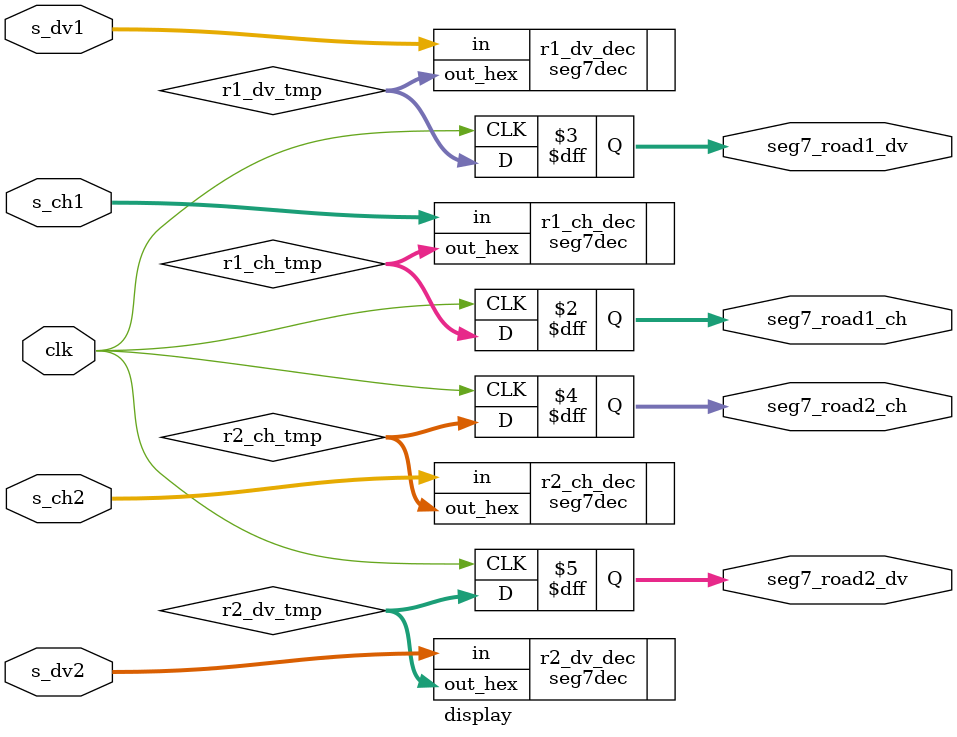
<source format=v>
module display(clk, s_ch1, s_dv1, s_ch2, s_dv2, seg7_road1_ch,seg7_road1_dv,seg7_road2_ch,seg7_road2_dv );

input clk;
input [4:0] s_ch1, s_dv1, s_ch2, s_dv2;

output reg [6:0] seg7_road1_ch,seg7_road1_dv,seg7_road2_ch,seg7_road2_dv;

wire [6:0] r1_ch_tmp;
wire [6:0] r1_dv_tmp;
wire [6:0] r2_ch_tmp;
wire [6:0] r2_dv_tmp;

parameter num_ = 7'b0111111;

seg7dec r1_ch_dec(.in(s_ch1), .out_hex(r1_ch_tmp));
seg7dec r1_dv_dec(.in(s_dv1), .out_hex(r1_dv_tmp));
seg7dec r2_ch_dec(.in(s_ch2), .out_hex(r2_ch_tmp));
seg7dec r2_dv_dec(.in(s_dv2), .out_hex(r2_dv_tmp));


always @ (posedge clk)     //display control
	begin
		
		seg7_road1_ch <= r1_ch_tmp;
		seg7_road1_dv <= r1_dv_tmp;
		seg7_road2_ch <= r2_ch_tmp;
		seg7_road2_dv <= r2_dv_tmp;
		
	end
endmodule	
</source>
